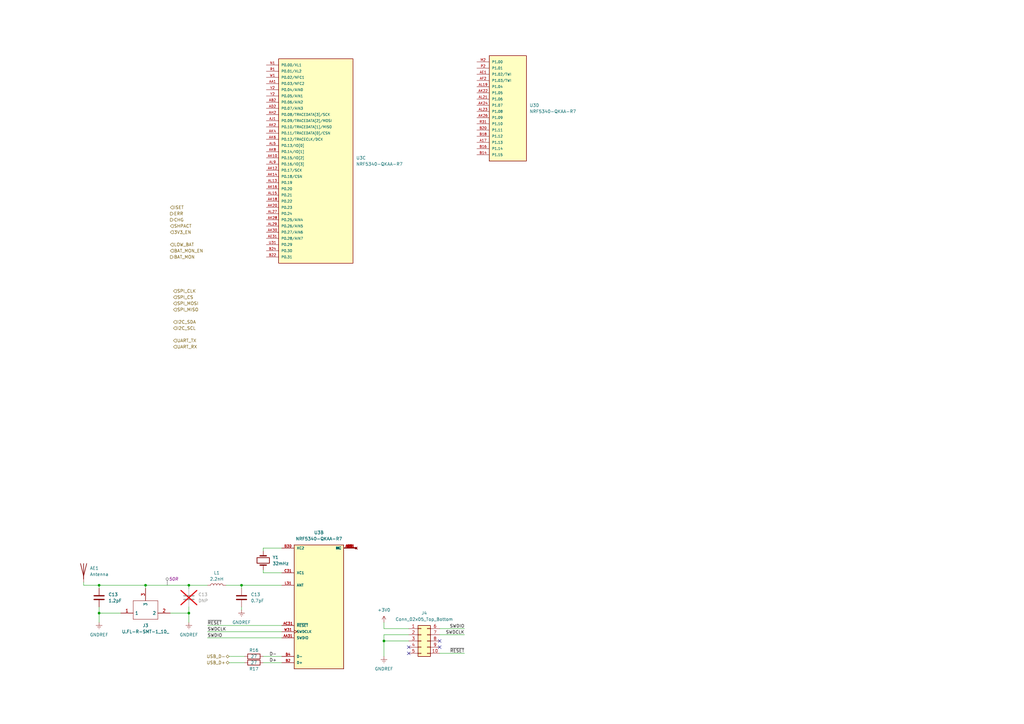
<source format=kicad_sch>
(kicad_sch (version 20230121) (generator eeschema)
  (paper "A3")
  (lib_symbols
    (symbol "Connector_Generic:Conn_02x05_Top_Bottom" (pin_names (offset 1.016) hide)
      (property "Reference" "J" (at 1.27 7.62 0))
      (property "Value" "Conn_02x05_Top_Bottom" (at 1.27 -7.62 0))
      (symbol "Conn_02x05_Top_Bottom_1_1"
        (rectangle (start -1.27 -4.953) (end 0 -5.207) (stroke (width 0.1524)))
        (rectangle (start -1.27 -2.413) (end 0 -2.667) (stroke (width 0.1524)))
        (rectangle (start -1.27 0.127) (end 0 -0.127) (stroke (width 0.1524)))
        (rectangle (start -1.27 2.667) (end 0 2.413) (stroke (width 0.1524)))
        (rectangle (start -1.27 5.207) (end 0 4.953) (stroke (width 0.1524)))
        (rectangle (start -1.27 6.35) (end 3.81 -6.35) (stroke (width 0.254)) (fill (type background)))
        (rectangle (start 3.81 -4.953) (end 2.54 -5.207) (stroke (width 0.1524)))
        (rectangle (start 3.81 -2.413) (end 2.54 -2.667) (stroke (width 0.1524)))
        (rectangle (start 3.81 0.127) (end 2.54 -0.127) (stroke (width 0.1524)))
        (rectangle (start 3.81 2.667) (end 2.54 2.413) (stroke (width 0.1524)))
        (rectangle (start 3.81 5.207) (end 2.54 4.953) (stroke (width 0.1524)))
        (pin passive line (at -5.08 5.08 0) (length 3.81) (name "Pin_1") (number "1"))
        (pin passive line (at 7.62 -5.08 180) (length 3.81) (name "Pin_10") (number "10"))
        (pin passive line (at -5.08 2.54 0) (length 3.81) (name "Pin_2") (number "2"))
        (pin passive line (at -5.08 0 0) (length 3.81) (name "Pin_3") (number "3"))
        (pin passive line (at -5.08 -2.54 0) (length 3.81) (name "Pin_4") (number "4"))
        (pin passive line (at -5.08 -5.08 0) (length 3.81) (name "Pin_5") (number "5"))
        (pin passive line (at 7.62 5.08 180) (length 3.81) (name "Pin_6") (number "6"))
        (pin passive line (at 7.62 2.54 180) (length 3.81) (name "Pin_7") (number "7"))
        (pin passive line (at 7.62 0 180) (length 3.81) (name "Pin_8") (number "8"))
        (pin passive line (at 7.62 -2.54 180) (length 3.81) (name "Pin_9") (number "9"))
      )
    )
    (symbol "Device:Antenna" (pin_numbers hide) (pin_names (offset 1.016) hide)
      (property "Reference" "AE" (at -1.905 1.905 0))
      (property "Value" "Antenna" (at -1.905 0 0))
      (symbol "Antenna_0_1"
        (polyline (pts (xy 0 2.54) (xy 0 -3.81)) (stroke (width 0.254)))
        (polyline (pts (xy 1.27 2.54) (xy 0 -2.54) (xy -1.27 2.54)) (stroke (width 0.254)))
      )
      (symbol "Antenna_1_1"
        (pin input line (at 0 -5.08 90) (length 2.54) (name "A") (number "1"))
      )
    )
    (symbol "Device:C" (pin_numbers hide) (pin_names (offset 0.254))
      (property "Reference" "C" (at 0.635 2.54 0))
      (property "Value" "C" (at 0.635 -2.54 0))
      (symbol "C_0_1"
        (polyline (pts (xy -2.032 -0.762) (xy 2.032 -0.762)) (stroke (width 0.508)))
        (polyline (pts (xy -2.032 0.762) (xy 2.032 0.762)) (stroke (width 0.508)))
      )
      (symbol "C_1_1"
        (pin passive line (at 0 3.81 270) (length 2.794) (name "~") (number "1"))
        (pin passive line (at 0 -3.81 90) (length 2.794) (name "~") (number "2"))
      )
    )
    (symbol "Device:Crystal" (pin_numbers hide) (pin_names (offset 1.016) hide)
      (property "Reference" "Y" (at 0 3.81 0))
      (property "Value" "Crystal" (at 0 -3.81 0))
      (symbol "Crystal_0_1"
        (rectangle (start -1.143 2.54) (end 1.143 -2.54) (stroke (width 0.3048)))
        (polyline (pts (xy -2.54 0) (xy -1.905 0)))
        (polyline (pts (xy -1.905 -1.27) (xy -1.905 1.27)) (stroke (width 0.508)))
        (polyline (pts (xy 1.905 -1.27) (xy 1.905 1.27)) (stroke (width 0.508)))
        (polyline (pts (xy 2.54 0) (xy 1.905 0)))
      )
      (symbol "Crystal_1_1"
        (pin passive line (at -3.81 0 0) (length 1.27) (name "1") (number "1"))
        (pin passive line (at 3.81 0 180) (length 1.27) (name "2") (number "2"))
      )
    )
    (symbol "Device:L" (pin_numbers hide) (pin_names (offset 1.016) hide)
      (property "Reference" "L" (at -1.27 0 90))
      (property "Value" "L" (at 1.905 0 90))
      (symbol "L_0_1"
        (arc (start 0 -2.54) (mid 0.6323 -1.905) (end 0 -1.27))
        (arc (start 0 -1.27) (mid 0.6323 -0.635) (end 0 0))
        (arc (start 0 0) (mid 0.6323 0.635) (end 0 1.27))
        (arc (start 0 1.27) (mid 0.6323 1.905) (end 0 2.54))
      )
      (symbol "L_1_1"
        (pin passive line (at 0 3.81 270) (length 1.27) (name "1") (number "1"))
        (pin passive line (at 0 -3.81 90) (length 1.27) (name "2") (number "2"))
      )
    )
    (symbol "Device:R" (pin_numbers hide) (pin_names (offset 0))
      (property "Reference" "R" (at 2.032 0 90))
      (property "Value" "R" (at 0 0 90))
      (symbol "R_0_1"
        (rectangle (start -1.016 -2.54) (end 1.016 2.54) (stroke (width 0.254)))
      )
      (symbol "R_1_1"
        (pin passive line (at 0 3.81 270) (length 1.27) (name "~") (number "1"))
        (pin passive line (at 0 -3.81 90) (length 1.27) (name "~") (number "2"))
      )
    )
    (symbol "NRF5340-QKAA-R7_1" (pin_names (offset 1.016))
      (property "Reference" "U" (at -10.16 35.56 0))
      (property "Value" "NRF5340-QKAA-R7" (at -10.16 -20.32 0))
      (symbol "NRF5340-QKAA-R7_1_1_0"
        (rectangle (start -12.7 22.86) (end 12.7 -83.82) (stroke (width 0.254)) (fill (type background)))
        (pin power_in line (at 17.78 -78.74 180) (length 5.08) (name "VSS_PAD") (number "104"))
        (pin power_in line (at 17.78 -78.74 180) (length 5.08) (name "VSS_PAD") (number "35"))
        (pin power_in line (at 17.78 -78.74 180) (length 5.08) (name "VSS_PAD") (number "36"))
        (pin power_in line (at 17.78 -78.74 180) (length 5.08) (name "VSS_PAD") (number "37"))
        (pin power_in line (at 17.78 -78.74 180) (length 5.08) (name "VSS_PAD") (number "38"))
        (pin power_in line (at 17.78 -78.74 180) (length 5.08) (name "VSS_PAD") (number "39"))
        (pin power_in line (at 17.78 -78.74 180) (length 5.08) (name "VSS_PAD") (number "40"))
        (pin power_in line (at 17.78 -78.74 180) (length 5.08) (name "VSS_PAD") (number "41"))
        (pin power_in line (at 17.78 -78.74 180) (length 5.08) (name "VSS_PAD") (number "43"))
        (pin power_in line (at 17.78 -78.74 180) (length 5.08) (name "VSS_PAD") (number "44"))
        (pin power_in line (at 17.78 -78.74 180) (length 5.08) (name "VSS_PAD") (number "45"))
        (pin power_in line (at 17.78 -78.74 180) (length 5.08) (name "VSS_PAD") (number "46"))
        (pin power_in line (at 17.78 -78.74 180) (length 5.08) (name "VSS_PAD") (number "47"))
        (pin power_in line (at 17.78 -78.74 180) (length 5.08) (name "VSS_PAD") (number "48"))
        (pin power_in line (at 17.78 -78.74 180) (length 5.08) (name "VSS_PAD") (number "49"))
        (pin power_in line (at 17.78 -78.74 180) (length 5.08) (name "VSS_PAD") (number "50"))
        (pin power_in line (at 17.78 -78.74 180) (length 5.08) (name "VSS_PAD") (number "51"))
        (pin power_in line (at -17.78 -81.28 0) (length 5.08) (name "DECA") (number "A13"))
        (pin power_in line (at -17.78 -24.13 0) (length 5.08) (name "DECD") (number "A15"))
        (pin power_in line (at -17.78 20.32 0) (length 5.08) (name "VDD1") (number "A19"))
        (pin power_in line (at -17.78 17.78 0) (length 5.08) (name "DCC") (number "A21"))
        (pin power_in line (at -17.78 -78.74 0) (length 5.08) (name "DECN") (number "A23"))
        (pin power_in line (at 17.78 -81.28 180) (length 5.08) (name "VSS") (number "A25"))
        (pin power_in line (at -17.78 7.62 0) (length 5.08) (name "DECR") (number "A27"))
        (pin power_in line (at -17.78 -73.66 0) (length 5.08) (name "VBUS") (number "A5"))
        (pin power_in line (at 17.78 20.32 180) (length 5.08) (name "VDD") (number "AC1"))
        (pin power_in line (at 17.78 20.32 180) (length 5.08) (name "VDD") (number "AG1"))
        (pin power_in line (at 17.78 20.32 180) (length 5.08) (name "VDD") (number "AJ31"))
        (pin power_in line (at 17.78 20.32 180) (length 5.08) (name "VDD") (number "AL11"))
        (pin power_in line (at 17.78 20.32 180) (length 5.08) (name "VDD") (number "AL17"))
        (pin power_in line (at 17.78 20.32 180) (length 5.08) (name "VDD") (number "AL25"))
        (pin power_in line (at 17.78 20.32 180) (length 5.08) (name "VDD") (number "AL3"))
        (pin power_in line (at 17.78 20.32 180) (length 5.08) (name "VDD") (number "AL7"))
        (pin power_in line (at -17.78 -13.97 0) (length 5.08) (name "DCCD") (number "B10"))
        (pin power_in line (at 17.78 -81.28 180) (length 5.08) (name "VSS") (number "B12"))
        (pin power_in line (at 17.78 -81.28 180) (length 5.08) (name "VSS") (number "B26"))
        (pin power_in line (at 17.78 20.32 180) (length 5.08) (name "VDD") (number "B28"))
        (pin power_in line (at -17.78 -76.2 0) (length 5.08) (name "DECUSB") (number "B6"))
        (pin power_in line (at -17.78 -11.43 0) (length 5.08) (name "VDD2") (number "B8"))
        (pin power_in line (at 17.78 20.32 180) (length 5.08) (name "VDD") (number "C1"))
        (pin power_in line (at -17.78 -55.88 0) (length 5.08) (name "VDDH") (number "E1"))
        (pin power_in line (at 17.78 20.32 180) (length 5.08) (name "VDD") (number "E31"))
        (pin power_in line (at 17.78 -81.28 180) (length 5.08) (name "VSS") (number "G1"))
        (pin power_in line (at -17.78 5.08 0) (length 5.08) (name "DECRF") (number "G31"))
        (pin power_in line (at 17.78 -81.28 180) (length 5.08) (name "VSS") (number "H2"))
        (pin power_in line (at -17.78 -53.34 0) (length 5.08) (name "DCCH") (number "J1"))
        (pin power_in line (at 17.78 -81.28 180) (length 5.08) (name "VSS") (number "J31"))
        (pin power_in line (at -17.78 -43.18 0) (length 5.08) (name "VDD3") (number "L1"))
        (pin power_in line (at 17.78 20.32 180) (length 5.08) (name "VDD") (number "N31"))
        (pin power_in line (at 17.78 20.32 180) (length 5.08) (name "VDD") (number "U1"))
      )
      (symbol "NRF5340-QKAA-R7_1_2_0"
        (rectangle (start -10.16 33.02) (end 10.16 -17.78) (stroke (width 0.254)) (fill (type background)))
        (pin no_connect line (at 15.24 31.75 180) (length 5.08) (name "NC") (number "A1"))
        (pin no_connect line (at 15.24 31.75 180) (length 5.08) (name "NC") (number "A31"))
        (pin bidirectional line (at -15.24 -5.08 0) (length 5.08) (name "SWDIO") (number "AA31"))
        (pin input line (at -15.24 0 0) (length 5.08) (name "~{RESET}") (number "AC31"))
        (pin no_connect line (at 15.24 31.75 180) (length 5.08) (name "NC") (number "AG31"))
        (pin no_connect line (at 15.24 31.75 180) (length 5.08) (name "NC") (number "AL1"))
        (pin no_connect line (at 15.24 31.75 180) (length 5.08) (name "NC") (number "AL31"))
        (pin bidirectional line (at -15.24 -15.24 0) (length 5.08) (name "D+") (number "B2"))
        (pin output line (at -15.24 31.75 0) (length 5.08) (name "XC2") (number "B30"))
        (pin bidirectional line (at -15.24 -12.7 0) (length 5.08) (name "D-") (number "B4"))
        (pin input line (at -15.24 21.59 0) (length 5.08) (name "XC1") (number "C31"))
        (pin no_connect line (at 15.24 31.75 180) (length 5.08) (name "NC") (number "D2"))
        (pin no_connect line (at 15.24 31.75 180) (length 5.08) (name "NC") (number "F2"))
        (pin no_connect line (at 15.24 31.75 180) (length 5.08) (name "NC") (number "K2"))
        (pin bidirectional line (at -15.24 16.51 0) (length 5.08) (name "ANT") (number "L31"))
        (pin no_connect line (at 15.24 31.75 180) (length 5.08) (name "NC") (number "T2"))
        (pin input clock (at -15.24 -2.54 0) (length 5.08) (name "SWDCLK") (number "W31"))
      )
      (symbol "NRF5340-QKAA-R7_1_3_0"
        (rectangle (start -15.24 -43.18) (end 15.24 40.64) (stroke (width 0.254)) (fill (type background)))
        (pin bidirectional line (at -20.32 30.48 0) (length 5.08) (name "P0.03/NFC2") (number "AA1"))
        (pin bidirectional line (at -20.32 22.86 0) (length 5.08) (name "P0.06/AIN2") (number "AB2"))
        (pin bidirectional line (at -20.32 20.32 0) (length 5.08) (name "P0.07/AIN3") (number "AD2"))
        (pin bidirectional line (at -20.32 -33.02 0) (length 5.08) (name "P0.28/AIN7") (number "AE31"))
        (pin bidirectional line (at -20.32 17.78 0) (length 5.08) (name "P0.08/TRACEDATA[3]/SCK") (number "AH2"))
        (pin bidirectional line (at -20.32 15.24 0) (length 5.08) (name "P0.09/TRACEDATA[2]/MOSI") (number "AJ1"))
        (pin bidirectional line (at -20.32 0 0) (length 5.08) (name "P0.15/IO[2]") (number "AK10"))
        (pin bidirectional line (at -20.32 -5.08 0) (length 5.08) (name "P0.17/SCK") (number "AK12"))
        (pin bidirectional line (at -20.32 -7.62 0) (length 5.08) (name "P0.18/CSN") (number "AK14"))
        (pin bidirectional line (at -20.32 -12.7 0) (length 5.08) (name "P0.20") (number "AK16"))
        (pin bidirectional line (at -20.32 -17.78 0) (length 5.08) (name "P0.22") (number "AK18"))
        (pin bidirectional line (at -20.32 12.7 0) (length 5.08) (name "P0.10/TRACEDATA[1]/MISO") (number "AK2"))
        (pin bidirectional line (at -20.32 -20.32 0) (length 5.08) (name "P0.23") (number "AK20"))
        (pin bidirectional line (at -20.32 -25.4 0) (length 5.08) (name "P0.25/AIN4") (number "AK28"))
        (pin bidirectional line (at -20.32 -30.48 0) (length 5.08) (name "P0.27/AIN6") (number "AK30"))
        (pin bidirectional line (at -20.32 10.16 0) (length 5.08) (name "P0.11/TRACEDATA[0]/CSN") (number "AK4"))
        (pin bidirectional line (at -20.32 7.62 0) (length 5.08) (name "P0.12/TRACECLK/DCX") (number "AK6"))
        (pin bidirectional line (at -20.32 2.54 0) (length 5.08) (name "P0.14/IO[1]") (number "AK8"))
        (pin bidirectional line (at -20.32 -10.16 0) (length 5.08) (name "P0.19") (number "AL13"))
        (pin bidirectional line (at -20.32 -15.24 0) (length 5.08) (name "P0.21") (number "AL15"))
        (pin bidirectional line (at -20.32 -22.86 0) (length 5.08) (name "P0.24") (number "AL27"))
        (pin bidirectional line (at -20.32 -27.94 0) (length 5.08) (name "P0.26/AIN5") (number "AL29"))
        (pin bidirectional line (at -20.32 5.08 0) (length 5.08) (name "P0.13/IO[0]") (number "AL5"))
        (pin bidirectional line (at -20.32 -2.54 0) (length 5.08) (name "P0.16/IO[3]") (number "AL9"))
        (pin bidirectional line (at -20.32 -40.64 0) (length 5.08) (name "P0.31") (number "B22"))
        (pin bidirectional line (at -20.32 -38.1 0) (length 5.08) (name "P0.30") (number "B24"))
        (pin bidirectional line (at -20.32 38.1 0) (length 5.08) (name "P0.00/XL1") (number "N1"))
        (pin bidirectional line (at -20.32 35.56 0) (length 5.08) (name "P0.01/XL2") (number "R1"))
        (pin bidirectional line (at -20.32 -35.56 0) (length 5.08) (name "P0.29") (number "U31"))
        (pin bidirectional line (at -20.32 27.94 0) (length 5.08) (name "P0.04/AIN0") (number "V2"))
        (pin bidirectional line (at -20.32 33.02 0) (length 5.08) (name "P0.02/NFC1") (number "W1"))
        (pin bidirectional line (at -20.32 25.4 0) (length 5.08) (name "P0.05/AIN1") (number "Y2"))
      )
      (symbol "NRF5340-QKAA-R7_1_4_0"
        (rectangle (start -7.62 -22.86) (end 7.62 20.32) (stroke (width 0.254)) (fill (type background)))
        (pin bidirectional line (at -12.7 -15.24 0) (length 5.08) (name "P1.13") (number "A17"))
        (pin bidirectional line (at -12.7 12.7 0) (length 5.08) (name "P1.02/TWI") (number "AE1"))
        (pin bidirectional line (at -12.7 10.16 0) (length 5.08) (name "P1.03/TWI") (number "AF2"))
        (pin bidirectional line (at -12.7 5.08 0) (length 5.08) (name "P1.05") (number "AK22"))
        (pin bidirectional line (at -12.7 0 0) (length 5.08) (name "P1.07") (number "AK24"))
        (pin bidirectional line (at -12.7 -5.08 0) (length 5.08) (name "P1.09") (number "AK26"))
        (pin bidirectional line (at -12.7 7.62 0) (length 5.08) (name "P1.04") (number "AL19"))
        (pin bidirectional line (at -12.7 2.54 0) (length 5.08) (name "P1.06") (number "AL21"))
        (pin bidirectional line (at -12.7 -2.54 0) (length 5.08) (name "P1.08") (number "AL23"))
        (pin bidirectional line (at -12.7 -20.32 0) (length 5.08) (name "P1.15") (number "B14"))
        (pin bidirectional line (at -12.7 -17.78 0) (length 5.08) (name "P1.14") (number "B16"))
        (pin bidirectional line (at -12.7 -12.7 0) (length 5.08) (name "P1.12") (number "B18"))
        (pin bidirectional line (at -12.7 -10.16 0) (length 5.08) (name "P1.11") (number "B20"))
        (pin bidirectional line (at -12.7 17.78 0) (length 5.08) (name "P1.00") (number "M2"))
        (pin bidirectional line (at -12.7 15.24 0) (length 5.08) (name "P1.01") (number "P2"))
        (pin bidirectional line (at -12.7 -7.62 0) (length 5.08) (name "P1.10") (number "R31"))
      )
    )
    (symbol "SamacSys_Parts:U.FL-R-SMT-1_10_" (pin_names (offset 0.762))
      (property "Reference" "J" (at 16.51 10.16 0))
      (property "Value" "U.FL-R-SMT-1_10_" (at 16.51 7.62 0))
      (symbol "U.FL-R-SMT-1_10__0_0"
        (pin passive line (at 0 0 0) (length 5.08) (name "1") (number "1"))
        (pin passive line (at 20.32 0 180) (length 5.08) (name "2") (number "2"))
        (pin passive line (at 10.16 10.16 270) (length 5.08) (name "3") (number "3"))
      )
      (symbol "U.FL-R-SMT-1_10__0_1"
        (polyline (pts (xy 5.08 5.08) (xy 15.24 5.08) (xy 15.24 -2.54) (xy 5.08 -2.54) (xy 5.08 5.08)) (stroke (width 0.1524)))
      )
    )
    (symbol "User:NRF5340-QKAA-R7" (pin_names (offset 1.016))
      (property "Reference" "U" (at -12.7 23.622 0))
      (property "Value" "NRF5340-QKAA-R7" (at -12.7 -25.4 0))
      (symbol "NRF5340-QKAA-R7_1_0"
        (rectangle (start -12.7 -22.86) (end 12.7 22.86) (stroke (width 0.254)) (fill (type background)))
        (pin power_in line (at 17.78 -17.78 180) (length 5.08) (name "VSS_PAD") (number "104"))
        (pin power_in line (at 17.78 -17.78 180) (length 5.08) (name "VSS_PAD") (number "35"))
        (pin power_in line (at 17.78 -17.78 180) (length 5.08) (name "VSS_PAD") (number "36"))
        (pin power_in line (at 17.78 -17.78 180) (length 5.08) (name "VSS_PAD") (number "37"))
        (pin power_in line (at 17.78 -17.78 180) (length 5.08) (name "VSS_PAD") (number "38"))
        (pin power_in line (at 17.78 -17.78 180) (length 5.08) (name "VSS_PAD") (number "39"))
        (pin power_in line (at 17.78 -17.78 180) (length 5.08) (name "VSS_PAD") (number "40"))
        (pin power_in line (at 17.78 -17.78 180) (length 5.08) (name "VSS_PAD") (number "41"))
        (pin power_in line (at 17.78 -17.78 180) (length 5.08) (name "VSS_PAD") (number "43"))
        (pin power_in line (at 17.78 -17.78 180) (length 5.08) (name "VSS_PAD") (number "44"))
        (pin power_in line (at 17.78 -17.78 180) (length 5.08) (name "VSS_PAD") (number "45"))
        (pin power_in line (at 17.78 -17.78 180) (length 5.08) (name "VSS_PAD") (number "46"))
        (pin power_in line (at 17.78 -17.78 180) (length 5.08) (name "VSS_PAD") (number "47"))
        (pin power_in line (at 17.78 -17.78 180) (length 5.08) (name "VSS_PAD") (number "48"))
        (pin power_in line (at 17.78 -17.78 180) (length 5.08) (name "VSS_PAD") (number "49"))
        (pin power_in line (at 17.78 -17.78 180) (length 5.08) (name "VSS_PAD") (number "50"))
        (pin power_in line (at 17.78 -17.78 180) (length 5.08) (name "VSS_PAD") (number "51"))
        (pin power_in line (at -17.78 -20.32 0) (length 5.08) (name "DECA") (number "A13"))
        (pin power_in line (at -17.78 2.54 0) (length 5.08) (name "DECD") (number "A15"))
        (pin power_in line (at -17.78 20.32 0) (length 5.08) (name "VDD1") (number "A19"))
        (pin power_in line (at -17.78 17.78 0) (length 5.08) (name "DCC") (number "A21"))
        (pin power_in line (at -17.78 -17.78 0) (length 5.08) (name "DECN") (number "A23"))
        (pin power_in line (at 17.78 -20.32 180) (length 5.08) (name "VSS") (number "A25"))
        (pin power_in line (at -17.78 15.24 0) (length 5.08) (name "DECR") (number "A27"))
        (pin power_in line (at -17.78 -12.7 0) (length 5.08) (name "VBUS") (number "A5"))
        (pin power_in line (at 17.78 20.32 180) (length 5.08) (name "VDD") (number "AC1"))
        (pin power_in line (at 17.78 20.32 180) (length 5.08) (name "VDD") (number "AG1"))
        (pin power_in line (at 17.78 20.32 180) (length 5.08) (name "VDD") (number "AJ31"))
        (pin power_in line (at 17.78 20.32 180) (length 5.08) (name "VDD") (number "AL11"))
        (pin power_in line (at 17.78 20.32 180) (length 5.08) (name "VDD") (number "AL17"))
        (pin power_in line (at 17.78 20.32 180) (length 5.08) (name "VDD") (number "AL25"))
        (pin power_in line (at 17.78 20.32 180) (length 5.08) (name "VDD") (number "AL3"))
        (pin power_in line (at 17.78 20.32 180) (length 5.08) (name "VDD") (number "AL7"))
        (pin power_in line (at -17.78 5.08 0) (length 5.08) (name "DCCD") (number "B10"))
        (pin power_in line (at 17.78 -20.32 180) (length 5.08) (name "VSS") (number "B12"))
        (pin power_in line (at 17.78 -20.32 180) (length 5.08) (name "VSS") (number "B26"))
        (pin power_in line (at 17.78 20.32 180) (length 5.08) (name "VDD") (number "B28"))
        (pin power_in line (at -17.78 -15.24 0) (length 5.08) (name "DECUSB") (number "B6"))
        (pin power_in line (at -17.78 7.62 0) (length 5.08) (name "VDD2") (number "B8"))
        (pin power_in line (at 17.78 20.32 180) (length 5.08) (name "VDD") (number "C1"))
        (pin power_in line (at -17.78 -7.62 0) (length 5.08) (name "VDDH") (number "E1"))
        (pin power_in line (at 17.78 20.32 180) (length 5.08) (name "VDD") (number "E31"))
        (pin power_in line (at 17.78 -20.32 180) (length 5.08) (name "VSS") (number "G1"))
        (pin power_in line (at -17.78 12.7 0) (length 5.08) (name "DECRF") (number "G31"))
        (pin power_in line (at 17.78 -20.32 180) (length 5.08) (name "VSS") (number "H2"))
        (pin power_in line (at -17.78 -5.08 0) (length 5.08) (name "DCCH") (number "J1"))
        (pin power_in line (at 17.78 -20.32 180) (length 5.08) (name "VSS") (number "J31"))
        (pin power_in line (at -17.78 -2.54 0) (length 5.08) (name "VDD3") (number "L1"))
        (pin power_in line (at 17.78 20.32 180) (length 5.08) (name "VDD") (number "N31"))
        (pin power_in line (at 17.78 20.32 180) (length 5.08) (name "VDD") (number "U1"))
      )
      (symbol "NRF5340-QKAA-R7_2_0"
        (rectangle (start -10.16 -17.78) (end 10.16 20.32) (stroke (width 0.254)) (fill (type background)))
        (pin no_connect line (at 15.24 17.78 180) (length 5.08) (name "NC") (number "A1"))
        (pin no_connect line (at 15.24 17.78 180) (length 5.08) (name "NC") (number "A31"))
        (pin bidirectional line (at -15.24 -5.08 0) (length 5.08) (name "SWDIO") (number "AA31"))
        (pin input line (at -15.24 0 0) (length 5.08) (name "~{RESET}") (number "AC31"))
        (pin no_connect line (at 15.24 17.78 180) (length 5.08) (name "NC") (number "AG31"))
        (pin no_connect line (at 15.24 17.78 180) (length 5.08) (name "NC") (number "AL1"))
        (pin no_connect line (at 15.24 17.78 180) (length 5.08) (name "NC") (number "AL31"))
        (pin bidirectional line (at -15.24 -15.24 0) (length 5.08) (name "D+") (number "B2"))
        (pin output line (at -15.24 17.78 0) (length 5.08) (name "XC2") (number "B30"))
        (pin bidirectional line (at -15.24 -12.7 0) (length 5.08) (name "D-") (number "B4"))
        (pin input line (at -15.24 12.7 0) (length 5.08) (name "XC1") (number "C31"))
        (pin no_connect line (at 15.24 17.78 180) (length 5.08) (name "NC") (number "D2"))
        (pin no_connect line (at 15.24 17.78 180) (length 5.08) (name "NC") (number "F2"))
        (pin no_connect line (at 15.24 17.78 180) (length 5.08) (name "NC") (number "K2"))
        (pin bidirectional line (at -15.24 7.62 0) (length 5.08) (name "ANT") (number "L31"))
        (pin no_connect line (at 15.24 17.78 180) (length 5.08) (name "NC") (number "T2"))
        (pin input clock (at -15.24 -2.54 0) (length 5.08) (name "SWDCLK") (number "W31"))
      )
      (symbol "NRF5340-QKAA-R7_3_0"
        (rectangle (start -15.24 -43.18) (end 15.24 40.64) (stroke (width 0.254)) (fill (type background)))
        (pin bidirectional line (at -20.32 30.48 0) (length 5.08) (name "P0.03/NFC2") (number "AA1"))
        (pin bidirectional line (at -20.32 22.86 0) (length 5.08) (name "P0.06/AIN2") (number "AB2"))
        (pin bidirectional line (at -20.32 20.32 0) (length 5.08) (name "P0.07/AIN3") (number "AD2"))
        (pin bidirectional line (at -20.32 -33.02 0) (length 5.08) (name "P0.28/AIN7") (number "AE31"))
        (pin bidirectional line (at -20.32 17.78 0) (length 5.08) (name "P0.08/TRACEDATA[3]/SCK") (number "AH2"))
        (pin bidirectional line (at -20.32 15.24 0) (length 5.08) (name "P0.09/TRACEDATA[2]/MOSI") (number "AJ1"))
        (pin bidirectional line (at -20.32 0 0) (length 5.08) (name "P0.15/IO[2]") (number "AK10"))
        (pin bidirectional line (at -20.32 -5.08 0) (length 5.08) (name "P0.17/SCK") (number "AK12"))
        (pin bidirectional line (at -20.32 -7.62 0) (length 5.08) (name "P0.18/CSN") (number "AK14"))
        (pin bidirectional line (at -20.32 -12.7 0) (length 5.08) (name "P0.20") (number "AK16"))
        (pin bidirectional line (at -20.32 -17.78 0) (length 5.08) (name "P0.22") (number "AK18"))
        (pin bidirectional line (at -20.32 12.7 0) (length 5.08) (name "P0.10/TRACEDATA[1]/MISO") (number "AK2"))
        (pin bidirectional line (at -20.32 -20.32 0) (length 5.08) (name "P0.23") (number "AK20"))
        (pin bidirectional line (at -20.32 -25.4 0) (length 5.08) (name "P0.25/AIN4") (number "AK28"))
        (pin bidirectional line (at -20.32 -30.48 0) (length 5.08) (name "P0.27/AIN6") (number "AK30"))
        (pin bidirectional line (at -20.32 10.16 0) (length 5.08) (name "P0.11/TRACEDATA[0]/CSN") (number "AK4"))
        (pin bidirectional line (at -20.32 7.62 0) (length 5.08) (name "P0.12/TRACECLK/DCX") (number "AK6"))
        (pin bidirectional line (at -20.32 2.54 0) (length 5.08) (name "P0.14/IO[1]") (number "AK8"))
        (pin bidirectional line (at -20.32 -10.16 0) (length 5.08) (name "P0.19") (number "AL13"))
        (pin bidirectional line (at -20.32 -15.24 0) (length 5.08) (name "P0.21") (number "AL15"))
        (pin bidirectional line (at -20.32 -22.86 0) (length 5.08) (name "P0.24") (number "AL27"))
        (pin bidirectional line (at -20.32 -27.94 0) (length 5.08) (name "P0.26/AIN5") (number "AL29"))
        (pin bidirectional line (at -20.32 5.08 0) (length 5.08) (name "P0.13/IO[0]") (number "AL5"))
        (pin bidirectional line (at -20.32 -2.54 0) (length 5.08) (name "P0.16/IO[3]") (number "AL9"))
        (pin bidirectional line (at -20.32 -40.64 0) (length 5.08) (name "P0.31") (number "B22"))
        (pin bidirectional line (at -20.32 -38.1 0) (length 5.08) (name "P0.30") (number "B24"))
        (pin bidirectional line (at -20.32 38.1 0) (length 5.08) (name "P0.00/XL1") (number "N1"))
        (pin bidirectional line (at -20.32 35.56 0) (length 5.08) (name "P0.01/XL2") (number "R1"))
        (pin bidirectional line (at -20.32 -35.56 0) (length 5.08) (name "P0.29") (number "U31"))
        (pin bidirectional line (at -20.32 27.94 0) (length 5.08) (name "P0.04/AIN0") (number "V2"))
        (pin bidirectional line (at -20.32 33.02 0) (length 5.08) (name "P0.02/NFC1") (number "W1"))
        (pin bidirectional line (at -20.32 25.4 0) (length 5.08) (name "P0.05/AIN1") (number "Y2"))
      )
      (symbol "NRF5340-QKAA-R7_4_0"
        (rectangle (start -7.62 -22.86) (end 7.62 20.32) (stroke (width 0.254)) (fill (type background)))
        (pin bidirectional line (at -12.7 -15.24 0) (length 5.08) (name "P1.13") (number "A17"))
        (pin bidirectional line (at -12.7 12.7 0) (length 5.08) (name "P1.02/TWI") (number "AE1"))
        (pin bidirectional line (at -12.7 10.16 0) (length 5.08) (name "P1.03/TWI") (number "AF2"))
        (pin bidirectional line (at -12.7 5.08 0) (length 5.08) (name "P1.05") (number "AK22"))
        (pin bidirectional line (at -12.7 0 0) (length 5.08) (name "P1.07") (number "AK24"))
        (pin bidirectional line (at -12.7 -5.08 0) (length 5.08) (name "P1.09") (number "AK26"))
        (pin bidirectional line (at -12.7 7.62 0) (length 5.08) (name "P1.04") (number "AL19"))
        (pin bidirectional line (at -12.7 2.54 0) (length 5.08) (name "P1.06") (number "AL21"))
        (pin bidirectional line (at -12.7 -2.54 0) (length 5.08) (name "P1.08") (number "AL23"))
        (pin bidirectional line (at -12.7 -20.32 0) (length 5.08) (name "P1.15") (number "B14"))
        (pin bidirectional line (at -12.7 -17.78 0) (length 5.08) (name "P1.14") (number "B16"))
        (pin bidirectional line (at -12.7 -12.7 0) (length 5.08) (name "P1.12") (number "B18"))
        (pin bidirectional line (at -12.7 -10.16 0) (length 5.08) (name "P1.11") (number "B20"))
        (pin bidirectional line (at -12.7 17.78 0) (length 5.08) (name "P1.00") (number "M2"))
        (pin bidirectional line (at -12.7 15.24 0) (length 5.08) (name "P1.01") (number "P2"))
        (pin bidirectional line (at -12.7 -7.62 0) (length 5.08) (name "P1.10") (number "R31"))
      )
    )
    (symbol "power:+3V0" (power) (pin_names (offset 0))
      (property "Value" "+3V0" (at 0 3.556 0))
      (symbol "+3V0_0_1"
        (polyline (pts (xy -0.762 1.27) (xy 0 2.54)))
        (polyline (pts (xy 0 0) (xy 0 2.54)))
        (polyline (pts (xy 0 2.54) (xy 0.762 1.27)))
      )
      (symbol "+3V0_1_1"
        (pin power_in line (at 0 0 90) (length 0) hide (name "+3V0") (number "1"))
      )
    )
    (symbol "power:GNDREF" (power) (pin_names (offset 0))
      (property "Value" "GNDREF" (at 0 -3.81 0))
      (symbol "GNDREF_0_1"
        (polyline (pts (xy -0.635 -1.905) (xy 0.635 -1.905)))
        (polyline (pts (xy -0.127 -2.54) (xy 0.127 -2.54)))
        (polyline (pts (xy 0 -1.27) (xy 0 0)))
        (polyline (pts (xy 1.27 -1.27) (xy -1.27 -1.27)))
      )
      (symbol "GNDREF_1_1"
        (pin power_in line (at 0 0 270) (length 0) hide (name "GNDREF") (number "1"))
      )
    )
  )
  (junction (at 40.64 251.46))
  (junction (at 77.47 240.03))
  (junction (at 99.06 240.03))
  (junction (at 59.69 240.03))
  (junction (at 40.64 240.03))
  (junction (at 157.48 262.89))
  (junction (at 77.47 251.46))
  (no_connect (at 167.64 265.43))
  (no_connect (at 167.64 267.97))
  (no_connect (at 180.34 265.43))
  (no_connect (at 180.34 262.89))
  (wire (pts (xy 93.98 271.78) (xy 100.33 271.78)))
  (wire (pts (xy 180.34 257.81) (xy 190.5 257.81)))
  (wire (pts (xy 77.47 251.46) (xy 77.47 255.27)))
  (wire (pts (xy 180.34 260.35) (xy 190.5 260.35)))
  (wire (pts (xy 85.09 240.03) (xy 77.47 240.03)))
  (wire (pts (xy 107.95 224.79) (xy 115.57 224.79)))
  (wire (pts (xy 180.34 267.97) (xy 190.5 267.97)))
  (wire (pts (xy 40.64 240.03) (xy 59.69 240.03)))
  (wire (pts (xy 157.48 262.89) (xy 157.48 260.35)))
  (wire (pts (xy 85.09 259.08) (xy 115.57 259.08)))
  (wire (pts (xy 34.29 238.76) (xy 34.29 240.03)))
  (wire (pts (xy 85.09 261.62) (xy 115.57 261.62)))
  (wire (pts (xy 34.29 240.03) (xy 40.64 240.03)))
  (wire (pts (xy 59.69 240.03) (xy 77.47 240.03)))
  (wire (pts (xy 107.95 226.06) (xy 107.95 224.79)))
  (wire (pts (xy 40.64 248.92) (xy 40.64 251.46)))
  (wire (pts (xy 157.48 262.89) (xy 167.64 262.89)))
  (wire (pts (xy 93.98 269.24) (xy 100.33 269.24)))
  (wire (pts (xy 99.06 248.92) (xy 99.06 250.19)))
  (wire (pts (xy 77.47 240.03) (xy 77.47 241.3)))
  (wire (pts (xy 99.06 240.03) (xy 115.57 240.03)))
  (wire (pts (xy 157.48 255.27) (xy 157.48 257.81)))
  (wire (pts (xy 85.09 256.54) (xy 115.57 256.54)))
  (wire (pts (xy 99.06 240.03) (xy 99.06 241.3)))
  (wire (pts (xy 157.48 269.24) (xy 157.48 262.89)))
  (wire (pts (xy 40.64 251.46) (xy 40.64 255.27)))
  (wire (pts (xy 107.95 271.78) (xy 115.57 271.78)))
  (wire (pts (xy 157.48 257.81) (xy 167.64 257.81)))
  (wire (pts (xy 77.47 248.92) (xy 77.47 251.46)))
  (wire (pts (xy 107.95 234.95) (xy 115.57 234.95)))
  (wire (pts (xy 40.64 251.46) (xy 49.53 251.46)))
  (wire (pts (xy 107.95 269.24) (xy 115.57 269.24)))
  (wire (pts (xy 157.48 260.35) (xy 167.64 260.35)))
  (wire (pts (xy 92.71 240.03) (xy 99.06 240.03)))
  (wire (pts (xy 59.69 241.3) (xy 59.69 240.03)))
  (wire (pts (xy 69.85 251.46) (xy 77.47 251.46)))
  (wire (pts (xy 40.64 240.03) (xy 40.64 241.3)))
  (wire (pts (xy 107.95 233.68) (xy 107.95 234.95)))
  (label "SWDIO" (at 85.09 261.62 0))
  (label "D-" (at 110.49 269.24 0))
  (label "SWDCLK" (at 85.09 259.08 0))
  (label "~{RESET}" (at 190.5 267.97 180))
  (label "~{RESET}" (at 85.09 256.54 0))
  (label "SWDCLK" (at 190.5 260.35 180))
  (label "SWDIO" (at 190.5 257.81 180))
  (label "D+" (at 110.49 271.78 0))
  (hierarchical_label "ERR" (shape output) (at 69.85 87.63 0))
  (hierarchical_label "ISET" (shape input) (at 69.85 85.09 0))
  (hierarchical_label "3V3_EN" (shape input) (at 69.85 95.25 0))
  (hierarchical_label "I2C_SCL" (shape input) (at 71.12 134.62 0))
  (hierarchical_label "BAT_MON_EN" (shape input) (at 69.85 102.87 0))
  (hierarchical_label "USB_D-" (shape bidirectional) (at 93.98 269.24 180))
  (hierarchical_label "SPI_MOSI" (shape input) (at 71.12 124.46 0))
  (hierarchical_label "USB_D+" (shape bidirectional) (at 93.98 271.78 180))
  (hierarchical_label "UART_TX" (shape input) (at 71.12 139.7 0))
  (hierarchical_label "CHG" (shape output) (at 69.85 90.17 0))
  (hierarchical_label "BAT_MON" (shape output) (at 69.85 105.41 0))
  (hierarchical_label "SPI_MISO" (shape input) (at 71.12 127 0))
  (hierarchical_label "SPI_CLK" (shape input) (at 71.12 119.38 0))
  (hierarchical_label "SPI_CS" (shape input) (at 71.12 121.92 0))
  (hierarchical_label "LOW_BAT" (shape input) (at 69.85 100.33 0))
  (hierarchical_label "I2C_SDA" (shape input) (at 71.12 132.08 0))
  (hierarchical_label "UART_RX" (shape input) (at 71.12 142.24 0))
  (hierarchical_label "SHPACT" (shape input) (at 69.85 92.71 0))
  (netclass_flag "" (length 2.54) (shape round) (at 68.58 240.03 0) (property "Netclass" "50R" (at 69.2785 237.49 0) (effects (font italic) (justify left))))
  (symbol (lib_id "Device:R") (at 104.14 271.78 90) (unit 1)
    (property "Reference" "R17" (at 104.14 274.32 90))
    (property "Value" "27" (at 104.14 271.78 90))
    (property "Footprint" "Resistor_SMD:R_0603_1608Metric_Pad0.98x0.95mm_HandSolder" (effects hide))
  )
  (symbol (lib_id "User:NRF5340-QKAA-R7") (at 208.28 43.18 0) (unit 4)
    (property "Reference" "U3" (at 217.17 43.18 0) (effects (justify left)))
    (property "Value" "NRF5340-QKAA-R7" (at 217.17 45.72 0) (effects (justify left)))
    (property "Footprint" "User:XCVR_NRF5340-QKAA-R7" (effects hide))
    (property "MF" "Nordic Semiconductor ASA" (effects hide))
    (property "MAXIMUM_PACKAGE_HEIGHT" "0.85mm" (effects hide))
    (property "Package" "None" (effects hide))
    (property "Price" "None" (effects hide))
    (property "Check_prices" "https://www.snapeda.com/parts/NRF5340-QKAA-R7/Nordic+Semiconductor+ASA/view-part/?ref=eda" (effects hide))
    (property "STANDARD" "Manufacturer Recommendations" (effects hide))
    (property "PARTREV" "1.0" (effects hide))
    (property "SnapEDA_Link" "https://www.snapeda.com/parts/NRF5340-QKAA-R7/Nordic+Semiconductor+ASA/view-part/?ref=snap" (effects hide))
    (property "MP" "NRF5340-QKAA-R7" (effects hide))
    (property "Purchase-URL" "https://www.snapeda.com/api/url_track_click_mouser/?unipart_id=5470859&manufacturer=Nordic Semiconductor ASA&part_name=NRF5340-QKAA-R7&search_term=None" (effects hide))
    (property "Description" "\nRF System on a Chip - SoC Dual-core Bluetooth 5.2 SoC supporting Bluetooth Low Energy, Bluetooth mesh, NFC, Thread, and Zigbee\n" (effects hide))
    (property "Availability" "In Stock" (effects hide))
    (property "MANUFACTURER" "Nordic Semiconductor" (effects hide))
  )
  (symbol (lib_id "Device:Antenna") (at 34.29 233.68 0) (unit 1)
    (property "Reference" "AE1" (at 36.83 233.045 0) (effects (justify left)))
    (property "Value" "Antenna" (at 36.83 235.585 0) (effects (justify left)))
    (property "Footprint" "RF_Antenna:Johanson_2450AT43F0100" (effects hide))
  )
  (symbol (lib_id "power:GNDREF") (at 40.64 255.27 0) (unit 1)
    (property "Reference" "#PWR070" (effects hide))
    (property "Value" "GNDREF" (at 40.64 260.35 0))
    (instances (project "nRF development board HAN_V1.0" (path "" (reference "#PWR070") (unit 1)) (path "" (reference "#PWR076") (unit 1))))
  )
  (symbol (lib_id "power:GNDREF") (at 157.48 269.24 0) (unit 1)
    (property "Reference" "#PWR070" (effects hide))
    (property "Value" "GNDREF" (at 157.48 274.32 0))
    (instances (project "nRF development board HAN_V1.0" (path "" (reference "#PWR070") (unit 1)) (path "" (reference "#PWR079") (unit 1))))
  )
  (symbol (lib_id "Device:Crystal") (at 107.95 229.87 90) (unit 1)
    (property "Reference" "Y1" (at 111.76 228.6 90) (effects (justify right)))
    (property "Value" "32mHz" (at 111.76 231.14 90) (effects (justify right)))
    (property "Footprint" "Crystal_SMD_0603-2Pin_6.0x3.5mm" (effects hide))
  )
  (symbol (lib_id "power:GNDREF") (at 77.47 255.27 0) (unit 1)
    (property "Reference" "#PWR070" (effects hide))
    (property "Value" "GNDREF" (at 77.47 260.35 0))
    (instances (project "nRF development board HAN_V1.0" (path "" (reference "#PWR070") (unit 1)) (path "" (reference "#PWR077") (unit 1))))
  )
  (symbol (lib_id "Device:C") (at 77.47 245.11 180) (unit 1) (in_bom no) (dnp yes)
    (property "Reference" "C13" (at 81.28 243.84 0) (effects (justify right)))
    (property "Value" "DNP" (at 81.28 246.38 0) (effects (justify right)))
    (property "Footprint" "Capacitor_SMD:C_0805_2012Metric_Pad1.18x1.45mm_HandSolder" (effects hide))
    (instances (project "nRF development board HAN_V1.0" (path "" (reference "C13") (unit 1)) (path "" (reference "C34") (unit 1))))
  )
  (symbol (lib_id "Device:L") (at 88.9 240.03 90) (unit 1)
    (property "Reference" "L1" (at 88.9 234.95 90))
    (property "Value" "2.2nH" (at 88.9 237.49 90))
    (property "Footprint" "Inductor_SMD:L_0805_2012Metric_Pad1.05x1.20mm_HandSolder" (effects hide))
    (instances (project "nRF development board HAN_V1.0" (path "" (reference "L1") (unit 1)) (path "" (reference "L6") (unit 1))))
  )
  (symbol (lib_id "Device:C") (at 99.06 245.11 180) (unit 1)
    (property "Reference" "C13" (at 102.87 243.84 0) (effects (justify right)))
    (property "Value" "0.7pF" (at 102.87 246.38 0) (effects (justify right)))
    (property "Footprint" "Capacitor_SMD:C_0805_2012Metric_Pad1.18x1.45mm_HandSolder" (effects hide))
    (instances (project "nRF development board HAN_V1.0" (path "" (reference "C13") (unit 1)) (path "" (reference "C35") (unit 1))))
  )
  (symbol (lib_id "Device:R") (at 104.14 269.24 90) (unit 1)
    (property "Reference" "R16" (at 104.14 266.7 90))
    (property "Value" "27" (at 104.14 269.24 90))
    (property "Footprint" "Resistor_SMD:R_0603_1608Metric_Pad0.98x0.95mm_HandSolder" (effects hide))
  )
  (symbol (lib_id "User:NRF5340-QKAA-R7") (at 129.54 64.77 0) (unit 3)
    (property "Reference" "U3" (at 146.05 64.77 0) (effects (justify left)))
    (property "Value" "NRF5340-QKAA-R7" (at 146.05 67.31 0) (effects (justify left)))
    (property "Footprint" "User:XCVR_NRF5340-QKAA-R7" (effects hide))
    (property "MF" "Nordic Semiconductor ASA" (effects hide))
    (property "MAXIMUM_PACKAGE_HEIGHT" "0.85mm" (effects hide))
    (property "Package" "None" (effects hide))
    (property "Price" "None" (effects hide))
    (property "Check_prices" "https://www.snapeda.com/parts/NRF5340-QKAA-R7/Nordic+Semiconductor+ASA/view-part/?ref=eda" (effects hide))
    (property "STANDARD" "Manufacturer Recommendations" (effects hide))
    (property "PARTREV" "1.0" (effects hide))
    (property "SnapEDA_Link" "https://www.snapeda.com/parts/NRF5340-QKAA-R7/Nordic+Semiconductor+ASA/view-part/?ref=snap" (effects hide))
    (property "MP" "NRF5340-QKAA-R7" (effects hide))
    (property "Purchase-URL" "https://www.snapeda.com/api/url_track_click_mouser/?unipart_id=5470859&manufacturer=Nordic Semiconductor ASA&part_name=NRF5340-QKAA-R7&search_term=None" (effects hide))
    (property "Description" "\nRF System on a Chip - SoC Dual-core Bluetooth 5.2 SoC supporting Bluetooth Low Energy, Bluetooth mesh, NFC, Thread, and Zigbee\n" (effects hide))
    (property "Availability" "In Stock" (effects hide))
    (property "MANUFACTURER" "Nordic Semiconductor" (effects hide))
  )
  (symbol (lib_id "Device:C") (at 40.64 245.11 180) (unit 1)
    (property "Reference" "C13" (at 44.45 243.84 0) (effects (justify right)))
    (property "Value" "1.2pF" (at 44.45 246.38 0) (effects (justify right)))
    (property "Footprint" "Capacitor_SMD:C_0805_2012Metric_Pad1.18x1.45mm_HandSolder" (effects hide))
    (instances (project "nRF development board HAN_V1.0" (path "" (reference "C13") (unit 1)) (path "" (reference "C33") (unit 1))))
  )
  (symbol (lib_id "power:+3V0") (at 157.48 255.27 0) (unit 1)
    (property "Reference" "#PWR078" (effects hide))
    (property "Value" "+3V0" (at 157.48 250.19 0))
  )
  (symbol (lib_id "Connector_Generic:Conn_02x05_Top_Bottom") (at 172.72 262.89 0) (unit 1)
    (property "Reference" "J4" (at 173.99 251.46 0))
    (property "Value" "Conn_02x05_Top_Bottom" (at 173.99 254 0))
    (property "Footprint" "PinHeader_2x05_P1.27mm_Vertical" (effects hide))
  )
  (symbol (lib_id "power:GNDREF") (at 99.06 250.19 0) (unit 1)
    (property "Reference" "#PWR070" (effects hide))
    (property "Value" "GNDREF" (at 99.06 255.27 0))
    (instances (project "nRF development board HAN_V1.0" (path "" (reference "#PWR070") (unit 1)) (path "" (reference "#PWR075") (unit 1))))
  )
  (symbol (lib_name "NRF5340-QKAA-R7_1") (lib_id "User:NRF5340-QKAA-R7") (at 130.81 256.54 0) (unit 2)
    (property "Reference" "U3" (at 130.81 218.44 0))
    (property "Value" "NRF5340-QKAA-R7" (at 130.81 220.98 0))
    (property "Footprint" "User:XCVR_NRF5340-QKAA-R7" (effects hide))
    (property "MF" "Nordic Semiconductor ASA" (effects hide))
    (property "MAXIMUM_PACKAGE_HEIGHT" "0.85mm" (effects hide))
    (property "Package" "None" (effects hide))
    (property "Price" "None" (effects hide))
    (property "Check_prices" "https://www.snapeda.com/parts/NRF5340-QKAA-R7/Nordic+Semiconductor+ASA/view-part/?ref=eda" (effects hide))
    (property "STANDARD" "Manufacturer Recommendations" (effects hide))
    (property "PARTREV" "1.0" (effects hide))
    (property "SnapEDA_Link" "https://www.snapeda.com/parts/NRF5340-QKAA-R7/Nordic+Semiconductor+ASA/view-part/?ref=snap" (effects hide))
    (property "MP" "NRF5340-QKAA-R7" (effects hide))
    (property "Purchase-URL" "https://www.snapeda.com/api/url_track_click_mouser/?unipart_id=5470859&manufacturer=Nordic Semiconductor ASA&part_name=NRF5340-QKAA-R7&search_term=None" (effects hide))
    (property "Description" "\nRF System on a Chip - SoC Dual-core Bluetooth 5.2 SoC supporting Bluetooth Low Energy, Bluetooth mesh, NFC, Thread, and Zigbee\n" (effects hide))
    (property "Availability" "In Stock" (effects hide))
    (property "MANUFACTURER" "Nordic Semiconductor" (effects hide))
  )
  (symbol (lib_id "SamacSys_Parts:U.FL-R-SMT-1_10_") (at 49.53 251.46 0) (unit 1)
    (property "Reference" "J3" (at 59.69 256.54 0))
    (property "Value" "U.FL-R-SMT-1_10_" (at 59.69 259.08 0))
    (property "Footprint" "SamacSys_Parts:U.FL-R-SMT-1_10_" (effects hide))
    (property "Datasheet" "https://www.hirose.com/product/document?clcode=CL0331-0472-2-10&productname=U.FL-R-SMT-1(10)&series=U.FL&documenttype=2DDrawing&lang=en&documentid=0000940684" (effects hide))
    (property "Description" "UFL SMT PCB receptable,DC-6GHz Hirose Straight 50 Surface Mount UFL Connector, Receptacle, Solder Termination Coaxial" (effects hide))
    (property "Manufacturer_Name" "Hirose" (effects hide))
    (property "Manufacturer_Part_Number" "U.FL-R-SMT-1(10)" (effects hide))
    (property "Mouser Part Number" "798-U.FL-R-SMT-110" (effects hide))
    (property "Mouser Price/Stock" "https://www.mouser.co.uk/ProductDetail/Hirose-Connector/U.FL-R-SMT-110?qs=kL1ClTr6oBoOdtqlGQpQrQ%3D%3D" (effects hide))
    (property "Arrow Part Number" "U.FL-R-SMT-1(10)" (effects hide))
    (property "Arrow Price/Stock" "https://www.arrow.com/en/products/u.fl-r-smt-1-10/hirose-electric" (effects hide))
  )
)
</source>
